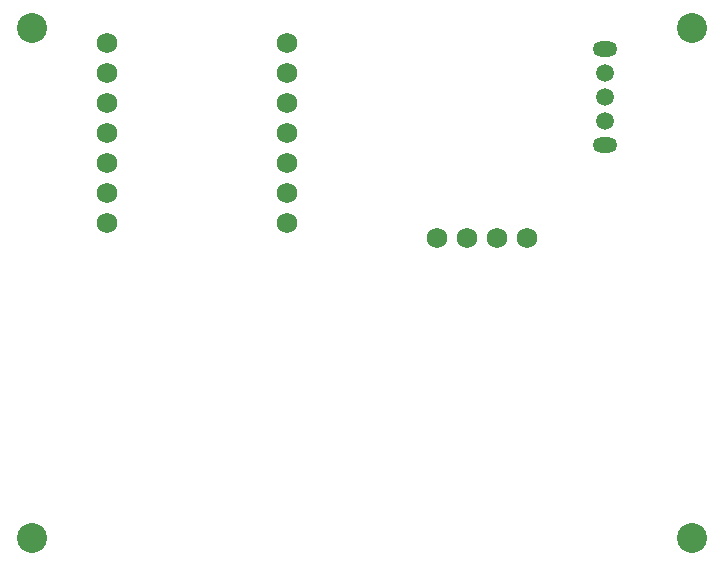
<source format=gbr>
%TF.GenerationSoftware,KiCad,Pcbnew,7.0.11*%
%TF.CreationDate,2024-02-23T21:27:37-05:00*%
%TF.ProjectId,destinationWeatherStation_r4-5,64657374-696e-4617-9469-6f6e57656174,03*%
%TF.SameCoordinates,Original*%
%TF.FileFunction,Soldermask,Bot*%
%TF.FilePolarity,Negative*%
%FSLAX46Y46*%
G04 Gerber Fmt 4.6, Leading zero omitted, Abs format (unit mm)*
G04 Created by KiCad (PCBNEW 7.0.11) date 2024-02-23 21:27:37*
%MOMM*%
%LPD*%
G01*
G04 APERTURE LIST*
%ADD10O,2.100000X1.300000*%
%ADD11C,1.500000*%
%ADD12C,2.540000*%
%ADD13C,1.750000*%
G04 APERTURE END LIST*
D10*
%TO.C,SW1*%
X165354000Y-84830000D03*
X165354000Y-76630000D03*
D11*
X165354000Y-82730000D03*
X165354000Y-80730000D03*
X165354000Y-78730000D03*
%TD*%
D12*
%TO.C,H1*%
X116840000Y-74930000D03*
%TD*%
%TO.C,H4*%
X172720000Y-118110000D03*
%TD*%
D13*
%TO.C,U1*%
X123190000Y-76200000D03*
X123190000Y-78740000D03*
X123190000Y-81280000D03*
X123190000Y-83820000D03*
X123190000Y-86360000D03*
X123190000Y-88900000D03*
X123190000Y-91440000D03*
X138430000Y-91440000D03*
X138430000Y-88900000D03*
X138430000Y-86360000D03*
X138430000Y-83820000D03*
X138430000Y-81280000D03*
X138430000Y-78740000D03*
X138430000Y-76200000D03*
%TD*%
%TO.C,U3*%
X151130000Y-92710000D03*
X153670000Y-92710000D03*
X156210000Y-92710000D03*
X158750000Y-92710000D03*
%TD*%
D12*
%TO.C,H3*%
X116840000Y-118110000D03*
%TD*%
%TO.C,H2*%
X172720000Y-74930000D03*
%TD*%
M02*

</source>
